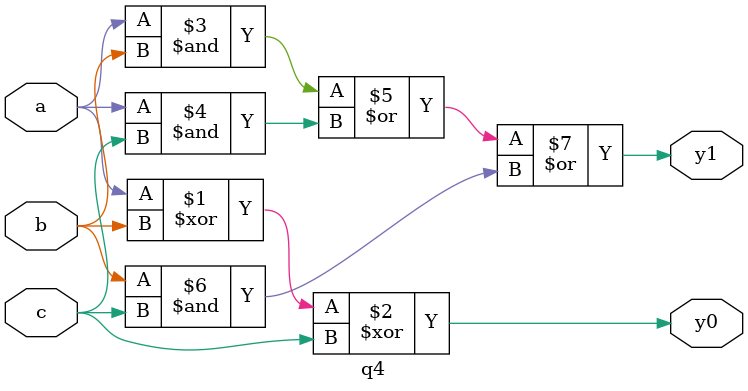
<source format=sv>
`timescale 1ns/1ns
module q4 (output y0, y1, input a,b,c);
    assign #(26,22) y0 = a ^ b ^ c;
    assign #(23,22) y1 = a & b | a & c | b & c;
endmodule
</source>
